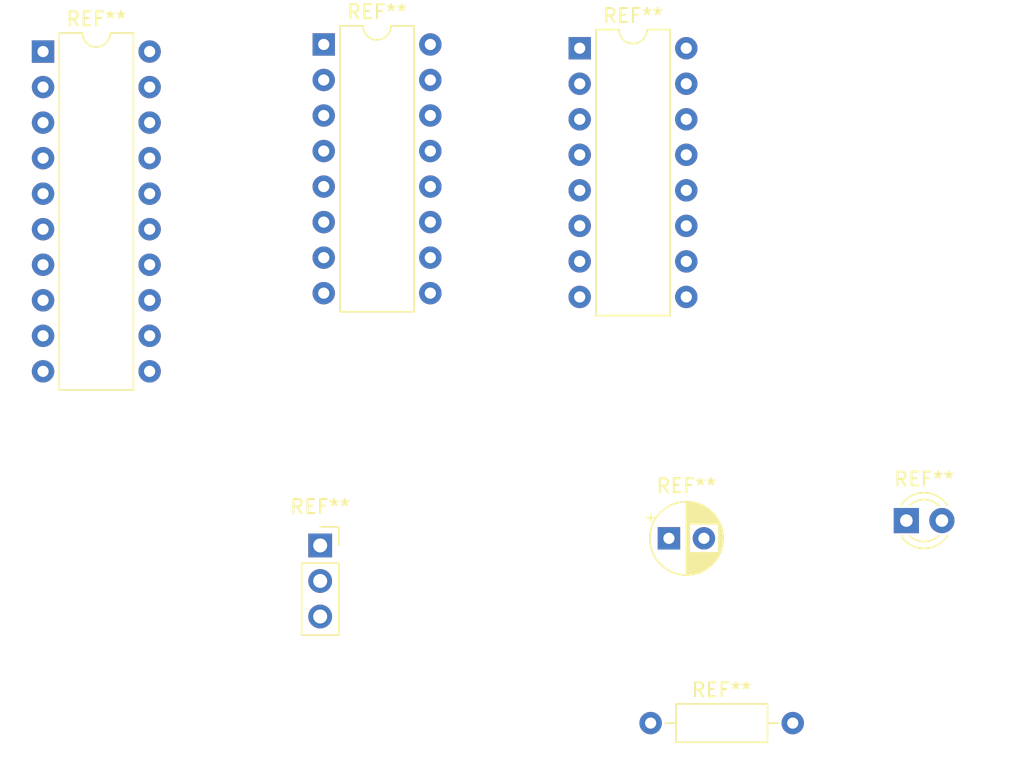
<source format=kicad_pcb>
(kicad_pcb (version 20221018) (generator pcbnew)
  (layers (0 "F.Cu" signal) (31 "B.Cu" signal) (34 "B.Paste" user) (35 "F.Paste" user) (36 "B.SilkS" user "B.Silkscreen") (37 "F.SilkS" user "F.Silkscreen") (38 "B.Mask" user) (39 "F.Mask" user) (44 "Edge.Cuts" user))
  (net 0 "")
  (footprint "Package_DIP:DIP-16_W7.62mm" (layer "F.Cu") (at 140.716 81.026)
    (fp_text reference "REF**" (at 3.81 -2.33) (layer "F.SilkS"))
    (fp_text value "DIP-16_W7.62mm")
    (fp_line (start 1.16 -1.33) (end 1.16 19.11) (stroke (width 0.12)) (layer "F.SilkS"))
    (fp_line (start 1.16 19.11) (end 6.46 19.11) (stroke (width 0.12)) (layer "F.SilkS"))
    (fp_line (start 2.81 -1.33) (end 1.16 -1.33) (stroke (width 0.12)) (layer "F.SilkS"))
    (fp_line (start 6.46 -1.33) (end 4.81 -1.33) (stroke (width 0.12)) (layer "F.SilkS"))
    (fp_line (start 6.46 19.11) (end 6.46 -1.33) (stroke (width 0.12)) (layer "F.SilkS"))
    (fp_arc (start 4.81 -1.33) (mid 3.81 -0.33) (end 2.81 -1.33) (stroke (width 0.12)) (layer "F.SilkS"))
    (pad "1" thru_hole rect (at 0 0) (size 1.6 1.6) (drill 0.8) (layers "*.Cu" "*.Mask"))
    (pad "2" thru_hole oval (at 0 2.54) (size 1.6 1.6) (drill 0.8) (layers "*.Cu" "*.Mask"))
    (pad "3" thru_hole oval (at 0 5.08) (size 1.6 1.6) (drill 0.8) (layers "*.Cu" "*.Mask"))
    (pad "4" thru_hole oval (at 0 7.62) (size 1.6 1.6) (drill 0.8) (layers "*.Cu" "*.Mask"))
    (pad "5" thru_hole oval (at 0 10.16) (size 1.6 1.6) (drill 0.8) (layers "*.Cu" "*.Mask"))
    (pad "6" thru_hole oval (at 0 12.7) (size 1.6 1.6) (drill 0.8) (layers "*.Cu" "*.Mask"))
    (pad "7" thru_hole oval (at 0 15.24) (size 1.6 1.6) (drill 0.8) (layers "*.Cu" "*.Mask"))
    (pad "8" thru_hole oval (at 0 17.78) (size 1.6 1.6) (drill 0.8) (layers "*.Cu" "*.Mask"))
    (pad "9" thru_hole oval (at 7.62 17.78) (size 1.6 1.6) (drill 0.8) (layers "*.Cu" "*.Mask"))
    (pad "10" thru_hole oval (at 7.62 15.24) (size 1.6 1.6) (drill 0.8) (layers "*.Cu" "*.Mask"))
    (pad "11" thru_hole oval (at 7.62 12.7) (size 1.6 1.6) (drill 0.8) (layers "*.Cu" "*.Mask"))
    (pad "12" thru_hole oval (at 7.62 10.16) (size 1.6 1.6) (drill 0.8) (layers "*.Cu" "*.Mask"))
    (pad "13" thru_hole oval (at 7.62 7.62) (size 1.6 1.6) (drill 0.8) (layers "*.Cu" "*.Mask"))
    (pad "14" thru_hole oval (at 7.62 5.08) (size 1.6 1.6) (drill 0.8) (layers "*.Cu" "*.Mask"))
    (pad "15" thru_hole oval (at 7.62 2.54) (size 1.6 1.6) (drill 0.8) (layers "*.Cu" "*.Mask"))
    (pad "16" thru_hole oval (at 7.62 0) (size 1.6 1.6) (drill 0.8) (layers "*.Cu" "*.Mask"))
  )
  (footprint "Resistor_THT:R_Axial_DIN0207_L6.3mm_D2.5mm_P10.16mm_Horizontal" (layer "F.Cu") (at 164.084 129.54)
    (fp_text reference "REF**" (at 5.08 -2.37) (layer "F.SilkS"))
    (fp_text value "R_Axial_DIN0207_L6.3mm_D2.5mm_P10.16mm_Horizontal")
    (fp_line (start 1.04 0) (end 1.81 0) (stroke (width 0.12)) (layer "F.SilkS"))
    (fp_line (start 1.81 -1.37) (end 1.81 1.37) (stroke (width 0.12)) (layer "F.SilkS"))
    (fp_line (start 1.81 1.37) (end 8.35 1.37) (stroke (width 0.12)) (layer "F.SilkS"))
    (fp_line (start 8.35 -1.37) (end 1.81 -1.37) (stroke (width 0.12)) (layer "F.SilkS"))
    (fp_line (start 8.35 1.37) (end 8.35 -1.37) (stroke (width 0.12)) (layer "F.SilkS"))
    (fp_line (start 9.12 0) (end 8.35 0) (stroke (width 0.12)) (layer "F.SilkS"))
    (pad "1" thru_hole circle (at 0 0) (size 1.6 1.6) (drill 0.8) (layers "*.Cu" "*.Mask"))
    (pad "2" thru_hole oval (at 10.16 0) (size 1.6 1.6) (drill 0.8) (layers "*.Cu" "*.Mask"))
  )
  (footprint "Package_DIP:DIP-20_W7.62mm" (layer "F.Cu") (at 120.65 81.534)
    (fp_text reference "REF**" (at 3.81 -2.33) (layer "F.SilkS"))
    (fp_text value "DIP-20_W7.62mm")
    (fp_line (start 1.16 -1.33) (end 1.16 24.19) (stroke (width 0.12)) (layer "F.SilkS"))
    (fp_line (start 1.16 24.19) (end 6.46 24.19) (stroke (width 0.12)) (layer "F.SilkS"))
    (fp_line (start 2.81 -1.33) (end 1.16 -1.33) (stroke (width 0.12)) (layer "F.SilkS"))
    (fp_line (start 6.46 -1.33) (end 4.81 -1.33) (stroke (width 0.12)) (layer "F.SilkS"))
    (fp_line (start 6.46 24.19) (end 6.46 -1.33) (stroke (width 0.12)) (layer "F.SilkS"))
    (fp_arc (start 4.81 -1.33) (mid 3.81 -0.33) (end 2.81 -1.33) (stroke (width 0.12)) (layer "F.SilkS"))
    (pad "1" thru_hole rect (at 0 0) (size 1.6 1.6) (drill 0.8) (layers "*.Cu" "*.Mask"))
    (pad "2" thru_hole oval (at 0 2.54) (size 1.6 1.6) (drill 0.8) (layers "*.Cu" "*.Mask"))
    (pad "3" thru_hole oval (at 0 5.08) (size 1.6 1.6) (drill 0.8) (layers "*.Cu" "*.Mask"))
    (pad "4" thru_hole oval (at 0 7.62) (size 1.6 1.6) (drill 0.8) (layers "*.Cu" "*.Mask"))
    (pad "5" thru_hole oval (at 0 10.16) (size 1.6 1.6) (drill 0.8) (layers "*.Cu" "*.Mask"))
    (pad "6" thru_hole oval (at 0 12.7) (size 1.6 1.6) (drill 0.8) (layers "*.Cu" "*.Mask"))
    (pad "7" thru_hole oval (at 0 15.24) (size 1.6 1.6) (drill 0.8) (layers "*.Cu" "*.Mask"))
    (pad "8" thru_hole oval (at 0 17.78) (size 1.6 1.6) (drill 0.8) (layers "*.Cu" "*.Mask"))
    (pad "9" thru_hole oval (at 0 20.32) (size 1.6 1.6) (drill 0.8) (layers "*.Cu" "*.Mask"))
    (pad "10" thru_hole oval (at 0 22.86) (size 1.6 1.6) (drill 0.8) (layers "*.Cu" "*.Mask"))
    (pad "11" thru_hole oval (at 7.62 22.86) (size 1.6 1.6) (drill 0.8) (layers "*.Cu" "*.Mask"))
    (pad "12" thru_hole oval (at 7.62 20.32) (size 1.6 1.6) (drill 0.8) (layers "*.Cu" "*.Mask"))
    (pad "13" thru_hole oval (at 7.62 17.78) (size 1.6 1.6) (drill 0.8) (layers "*.Cu" "*.Mask"))
    (pad "14" thru_hole oval (at 7.62 15.24) (size 1.6 1.6) (drill 0.8) (layers "*.Cu" "*.Mask"))
    (pad "15" thru_hole oval (at 7.62 12.7) (size 1.6 1.6) (drill 0.8) (layers "*.Cu" "*.Mask"))
    (pad "16" thru_hole oval (at 7.62 10.16) (size 1.6 1.6) (drill 0.8) (layers "*.Cu" "*.Mask"))
    (pad "17" thru_hole oval (at 7.62 7.62) (size 1.6 1.6) (drill 0.8) (layers "*.Cu" "*.Mask"))
    (pad "18" thru_hole oval (at 7.62 5.08) (size 1.6 1.6) (drill 0.8) (layers "*.Cu" "*.Mask"))
    (pad "19" thru_hole oval (at 7.62 2.54) (size 1.6 1.6) (drill 0.8) (layers "*.Cu" "*.Mask"))
    (pad "20" thru_hole oval (at 7.62 0) (size 1.6 1.6) (drill 0.8) (layers "*.Cu" "*.Mask"))
  )
  (footprint "Connector_PinSocket_2.54mm:PinSocket_1x03_P2.54mm_Vertical" (layer "F.Cu") (at 140.462 116.84)
    (fp_text reference "REF**" (at 0 -2.77) (layer "F.SilkS"))
    (fp_text value "PinSocket_1x03_P2.54mm_Vertical")
    (fp_line (start -1.33 1.27) (end -1.33 6.41) (stroke (width 0.12)) (layer "F.SilkS"))
    (fp_line (start -1.33 1.27) (end 1.33 1.27) (stroke (width 0.12)) (layer "F.SilkS"))
    (fp_line (start -1.33 6.41) (end 1.33 6.41) (stroke (width 0.12)) (layer "F.SilkS"))
    (fp_line (start 0 -1.33) (end 1.33 -1.33) (stroke (width 0.12)) (layer "F.SilkS"))
    (fp_line (start 1.33 -1.33) (end 1.33 0) (stroke (width 0.12)) (layer "F.SilkS"))
    (fp_line (start 1.33 1.27) (end 1.33 6.41) (stroke (width 0.12)) (layer "F.SilkS"))
    (pad "1" thru_hole rect (at 0 0) (size 1.7 1.7) (drill 1) (layers "*.Cu" "*.Mask"))
    (pad "2" thru_hole oval (at 0 2.54) (size 1.7 1.7) (drill 1) (layers "*.Cu" "*.Mask"))
    (pad "3" thru_hole oval (at 0 5.08) (size 1.7 1.7) (drill 1) (layers "*.Cu" "*.Mask"))
  )
  (footprint "LED_THT:LED_D3.0mm" (layer "F.Cu") (at 182.367 115.062)
    (fp_text reference "REF**" (at 1.27 -2.96) (layer "F.SilkS"))
    (fp_text value "LED_D3.0mm")
    (fp_line (start -0.29 -1.236) (end -0.29 -1.08) (stroke (width 0.12)) (layer "F.SilkS"))
    (fp_line (start -0.29 1.08) (end -0.29 1.236) (stroke (width 0.12)) (layer "F.SilkS"))
    (fp_arc (start -0.29 -1.235516) (mid 1.366487 -1.987659) (end 2.942335 -1.078608) (stroke (width 0.12)) (layer "F.SilkS"))
    (fp_arc (start 0.229039 -1.08) (mid 1.270117 -1.5) (end 2.31113 -1.079837) (stroke (width 0.12)) (layer "F.SilkS"))
    (fp_arc (start 2.31113 1.079837) (mid 1.270117 1.5) (end 0.229039 1.08) (stroke (width 0.12)) (layer "F.SilkS"))
    (fp_arc (start 2.942335 1.078608) (mid 1.366487 1.987659) (end -0.29 1.235516) (stroke (width 0.12)) (layer "F.SilkS"))
    (pad "1" thru_hole rect (at 0 0) (size 1.8 1.8) (drill 0.9) (layers "*.Cu" "*.Mask"))
    (pad "2" thru_hole circle (at 2.54 0) (size 1.8 1.8) (drill 0.9) (layers "*.Cu" "*.Mask"))
  )
  (footprint "Capacitor_THT:CP_Radial_D5.0mm_P2.50mm" (layer "F.Cu") (at 165.394 116.332)
    (fp_text reference "REF**" (at 1.25 -3.75) (layer "F.SilkS"))
    (fp_text value "CP_Radial_D5.0mm_P2.50mm")
    (fp_line (start -1.554775 -1.475) (end -1.054775 -1.475) (stroke (width 0.12)) (layer "F.SilkS"))
    (fp_line (start -1.304775 -1.725) (end -1.304775 -1.225) (stroke (width 0.12)) (layer "F.SilkS"))
    (fp_line (start 1.25 -2.58) (end 1.25 2.58) (stroke (width 0.12)) (layer "F.SilkS"))
    (fp_line (start 1.29 -2.58) (end 1.29 2.58) (stroke (width 0.12)) (layer "F.SilkS"))
    (fp_line (start 1.33 -2.579) (end 1.33 2.579) (stroke (width 0.12)) (layer "F.SilkS"))
    (fp_line (start 1.37 -2.578) (end 1.37 2.578) (stroke (width 0.12)) (layer "F.SilkS"))
    (fp_line (start 1.41 -2.576) (end 1.41 2.576) (stroke (width 0.12)) (layer "F.SilkS"))
    (fp_line (start 1.45 -2.573) (end 1.45 2.573) (stroke (width 0.12)) (layer "F.SilkS"))
    (fp_line (start 1.49 -2.569) (end 1.49 -1.04) (stroke (width 0.12)) (layer "F.SilkS"))
    (fp_line (start 1.49 1.04) (end 1.49 2.569) (stroke (width 0.12)) (layer "F.SilkS"))
    (fp_line (start 1.53 -2.565) (end 1.53 -1.04) (stroke (width 0.12)) (layer "F.SilkS"))
    (fp_line (start 1.53 1.04) (end 1.53 2.565) (stroke (width 0.12)) (layer "F.SilkS"))
    (fp_line (start 1.57 -2.561) (end 1.57 -1.04) (stroke (width 0.12)) (layer "F.SilkS"))
    (fp_line (start 1.57 1.04) (end 1.57 2.561) (stroke (width 0.12)) (layer "F.SilkS"))
    (fp_line (start 1.61 -2.556) (end 1.61 -1.04) (stroke (width 0.12)) (layer "F.SilkS"))
    (fp_line (start 1.61 1.04) (end 1.61 2.556) (stroke (width 0.12)) (layer "F.SilkS"))
    (fp_line (start 1.65 -2.55) (end 1.65 -1.04) (stroke (width 0.12)) (layer "F.SilkS"))
    (fp_line (start 1.65 1.04) (end 1.65 2.55) (stroke (width 0.12)) (layer "F.SilkS"))
    (fp_line (start 1.69 -2.543) (end 1.69 -1.04) (stroke (width 0.12)) (layer "F.SilkS"))
    (fp_line (start 1.69 1.04) (end 1.69 2.543) (stroke (width 0.12)) (layer "F.SilkS"))
    (fp_line (start 1.73 -2.536) (end 1.73 -1.04) (stroke (width 0.12)) (layer "F.SilkS"))
    (fp_line (start 1.73 1.04) (end 1.73 2.536) (stroke (width 0.12)) (layer "F.SilkS"))
    (fp_line (start 1.77 -2.528) (end 1.77 -1.04) (stroke (width 0.12)) (layer "F.SilkS"))
    (fp_line (start 1.77 1.04) (end 1.77 2.528) (stroke (width 0.12)) (layer "F.SilkS"))
    (fp_line (start 1.81 -2.52) (end 1.81 -1.04) (stroke (width 0.12)) (layer "F.SilkS"))
    (fp_line (start 1.81 1.04) (end 1.81 2.52) (stroke (width 0.12)) (layer "F.SilkS"))
    (fp_line (start 1.85 -2.511) (end 1.85 -1.04) (stroke (width 0.12)) (layer "F.SilkS"))
    (fp_line (start 1.85 1.04) (end 1.85 2.511) (stroke (width 0.12)) (layer "F.SilkS"))
    (fp_line (start 1.89 -2.501) (end 1.89 -1.04) (stroke (width 0.12)) (layer "F.SilkS"))
    (fp_line (start 1.89 1.04) (end 1.89 2.501) (stroke (width 0.12)) (layer "F.SilkS"))
    (fp_line (start 1.93 -2.491) (end 1.93 -1.04) (stroke (width 0.12)) (layer "F.SilkS"))
    (fp_line (start 1.93 1.04) (end 1.93 2.491) (stroke (width 0.12)) (layer "F.SilkS"))
    (fp_line (start 1.971 -2.48) (end 1.971 -1.04) (stroke (width 0.12)) (layer "F.SilkS"))
    (fp_line (start 1.971 1.04) (end 1.971 2.48) (stroke (width 0.12)) (layer "F.SilkS"))
    (fp_line (start 2.011 -2.468) (end 2.011 -1.04) (stroke (width 0.12)) (layer "F.SilkS"))
    (fp_line (start 2.011 1.04) (end 2.011 2.468) (stroke (width 0.12)) (layer "F.SilkS"))
    (fp_line (start 2.051 -2.455) (end 2.051 -1.04) (stroke (width 0.12)) (layer "F.SilkS"))
    (fp_line (start 2.051 1.04) (end 2.051 2.455) (stroke (width 0.12)) (layer "F.SilkS"))
    (fp_line (start 2.091 -2.442) (end 2.091 -1.04) (stroke (width 0.12)) (layer "F.SilkS"))
    (fp_line (start 2.091 1.04) (end 2.091 2.442) (stroke (width 0.12)) (layer "F.SilkS"))
    (fp_line (start 2.131 -2.428) (end 2.131 -1.04) (stroke (width 0.12)) (layer "F.SilkS"))
    (fp_line (start 2.131 1.04) (end 2.131 2.428) (stroke (width 0.12)) (layer "F.SilkS"))
    (fp_line (start 2.171 -2.414) (end 2.171 -1.04) (stroke (width 0.12)) (layer "F.SilkS"))
    (fp_line (start 2.171 1.04) (end 2.171 2.414) (stroke (width 0.12)) (layer "F.SilkS"))
    (fp_line (start 2.211 -2.398) (end 2.211 -1.04) (stroke (width 0.12)) (layer "F.SilkS"))
    (fp_line (start 2.211 1.04) (end 2.211 2.398) (stroke (width 0.12)) (layer "F.SilkS"))
    (fp_line (start 2.251 -2.382) (end 2.251 -1.04) (stroke (width 0.12)) (layer "F.SilkS"))
    (fp_line (start 2.251 1.04) (end 2.251 2.382) (stroke (width 0.12)) (layer "F.SilkS"))
    (fp_line (start 2.291 -2.365) (end 2.291 -1.04) (stroke (width 0.12)) (layer "F.SilkS"))
    (fp_line (start 2.291 1.04) (end 2.291 2.365) (stroke (width 0.12)) (layer "F.SilkS"))
    (fp_line (start 2.331 -2.348) (end 2.331 -1.04) (stroke (width 0.12)) (layer "F.SilkS"))
    (fp_line (start 2.331 1.04) (end 2.331 2.348) (stroke (width 0.12)) (layer "F.SilkS"))
    (fp_line (start 2.371 -2.329) (end 2.371 -1.04) (stroke (width 0.12)) (layer "F.SilkS"))
    (fp_line (start 2.371 1.04) (end 2.371 2.329) (stroke (width 0.12)) (layer "F.SilkS"))
    (fp_line (start 2.411 -2.31) (end 2.411 -1.04) (stroke (width 0.12)) (layer "F.SilkS"))
    (fp_line (start 2.411 1.04) (end 2.411 2.31) (stroke (width 0.12)) (layer "F.SilkS"))
    (fp_line (start 2.451 -2.29) (end 2.451 -1.04) (stroke (width 0.12)) (layer "F.SilkS"))
    (fp_line (start 2.451 1.04) (end 2.451 2.29) (stroke (width 0.12)) (layer "F.SilkS"))
    (fp_line (start 2.491 -2.268) (end 2.491 -1.04) (stroke (width 0.12)) (layer "F.SilkS"))
    (fp_line (start 2.491 1.04) (end 2.491 2.268) (stroke (width 0.12)) (layer "F.SilkS"))
    (fp_line (start 2.531 -2.247) (end 2.531 -1.04) (stroke (width 0.12)) (layer "F.SilkS"))
    (fp_line (start 2.531 1.04) (end 2.531 2.247) (stroke (width 0.12)) (layer "F.SilkS"))
    (fp_line (start 2.571 -2.224) (end 2.571 -1.04) (stroke (width 0.12)) (layer "F.SilkS"))
    (fp_line (start 2.571 1.04) (end 2.571 2.224) (stroke (width 0.12)) (layer "F.SilkS"))
    (fp_line (start 2.611 -2.2) (end 2.611 -1.04) (stroke (width 0.12)) (layer "F.SilkS"))
    (fp_line (start 2.611 1.04) (end 2.611 2.2) (stroke (width 0.12)) (layer "F.SilkS"))
    (fp_line (start 2.651 -2.175) (end 2.651 -1.04) (stroke (width 0.12)) (layer "F.SilkS"))
    (fp_line (start 2.651 1.04) (end 2.651 2.175) (stroke (width 0.12)) (layer "F.SilkS"))
    (fp_line (start 2.691 -2.149) (end 2.691 -1.04) (stroke (width 0.12)) (layer "F.SilkS"))
    (fp_line (start 2.691 1.04) (end 2.691 2.149) (stroke (width 0.12)) (layer "F.SilkS"))
    (fp_line (start 2.731 -2.122) (end 2.731 -1.04) (stroke (width 0.12)) (layer "F.SilkS"))
    (fp_line (start 2.731 1.04) (end 2.731 2.122) (stroke (width 0.12)) (layer "F.SilkS"))
    (fp_line (start 2.771 -2.095) (end 2.771 -1.04) (stroke (width 0.12)) (layer "F.SilkS"))
    (fp_line (start 2.771 1.04) (end 2.771 2.095) (stroke (width 0.12)) (layer "F.SilkS"))
    (fp_line (start 2.811 -2.065) (end 2.811 -1.04) (stroke (width 0.12)) (layer "F.SilkS"))
    (fp_line (start 2.811 1.04) (end 2.811 2.065) (stroke (width 0.12)) (layer "F.SilkS"))
    (fp_line (start 2.851 -2.035) (end 2.851 -1.04) (stroke (width 0.12)) (layer "F.SilkS"))
    (fp_line (start 2.851 1.04) (end 2.851 2.035) (stroke (width 0.12)) (layer "F.SilkS"))
    (fp_line (start 2.891 -2.004) (end 2.891 -1.04) (stroke (width 0.12)) (layer "F.SilkS"))
    (fp_line (start 2.891 1.04) (end 2.891 2.004) (stroke (width 0.12)) (layer "F.SilkS"))
    (fp_line (start 2.931 -1.971) (end 2.931 -1.04) (stroke (width 0.12)) (layer "F.SilkS"))
    (fp_line (start 2.931 1.04) (end 2.931 1.971) (stroke (width 0.12)) (layer "F.SilkS"))
    (fp_line (start 2.971 -1.937) (end 2.971 -1.04) (stroke (width 0.12)) (layer "F.SilkS"))
    (fp_line (start 2.971 1.04) (end 2.971 1.937) (stroke (width 0.12)) (layer "F.SilkS"))
    (fp_line (start 3.011 -1.901) (end 3.011 -1.04) (stroke (width 0.12)) (layer "F.SilkS"))
    (fp_line (start 3.011 1.04) (end 3.011 1.901) (stroke (width 0.12)) (layer "F.SilkS"))
    (fp_line (start 3.051 -1.864) (end 3.051 -1.04) (stroke (width 0.12)) (layer "F.SilkS"))
    (fp_line (start 3.051 1.04) (end 3.051 1.864) (stroke (width 0.12)) (layer "F.SilkS"))
    (fp_line (start 3.091 -1.826) (end 3.091 -1.04) (stroke (width 0.12)) (layer "F.SilkS"))
    (fp_line (start 3.091 1.04) (end 3.091 1.826) (stroke (width 0.12)) (layer "F.SilkS"))
    (fp_line (start 3.131 -1.785) (end 3.131 -1.04) (stroke (width 0.12)) (layer "F.SilkS"))
    (fp_line (start 3.131 1.04) (end 3.131 1.785) (stroke (width 0.12)) (layer "F.SilkS"))
    (fp_line (start 3.171 -1.743) (end 3.171 -1.04) (stroke (width 0.12)) (layer "F.SilkS"))
    (fp_line (start 3.171 1.04) (end 3.171 1.743) (stroke (width 0.12)) (layer "F.SilkS"))
    (fp_line (start 3.211 -1.699) (end 3.211 -1.04) (stroke (width 0.12)) (layer "F.SilkS"))
    (fp_line (start 3.211 1.04) (end 3.211 1.699) (stroke (width 0.12)) (layer "F.SilkS"))
    (fp_line (start 3.251 -1.653) (end 3.251 -1.04) (stroke (width 0.12)) (layer "F.SilkS"))
    (fp_line (start 3.251 1.04) (end 3.251 1.653) (stroke (width 0.12)) (layer "F.SilkS"))
    (fp_line (start 3.291 -1.605) (end 3.291 -1.04) (stroke (width 0.12)) (layer "F.SilkS"))
    (fp_line (start 3.291 1.04) (end 3.291 1.605) (stroke (width 0.12)) (layer "F.SilkS"))
    (fp_line (start 3.331 -1.554) (end 3.331 -1.04) (stroke (width 0.12)) (layer "F.SilkS"))
    (fp_line (start 3.331 1.04) (end 3.331 1.554) (stroke (width 0.12)) (layer "F.SilkS"))
    (fp_line (start 3.371 -1.5) (end 3.371 -1.04) (stroke (width 0.12)) (layer "F.SilkS"))
    (fp_line (start 3.371 1.04) (end 3.371 1.5) (stroke (width 0.12)) (layer "F.SilkS"))
    (fp_line (start 3.411 -1.443) (end 3.411 -1.04) (stroke (width 0.12)) (layer "F.SilkS"))
    (fp_line (start 3.411 1.04) (end 3.411 1.443) (stroke (width 0.12)) (layer "F.SilkS"))
    (fp_line (start 3.451 -1.383) (end 3.451 -1.04) (stroke (width 0.12)) (layer "F.SilkS"))
    (fp_line (start 3.451 1.04) (end 3.451 1.383) (stroke (width 0.12)) (layer "F.SilkS"))
    (fp_line (start 3.491 -1.319) (end 3.491 -1.04) (stroke (width 0.12)) (layer "F.SilkS"))
    (fp_line (start 3.491 1.04) (end 3.491 1.319) (stroke (width 0.12)) (layer "F.SilkS"))
    (fp_line (start 3.531 -1.251) (end 3.531 -1.04) (stroke (width 0.12)) (layer "F.SilkS"))
    (fp_line (start 3.531 1.04) (end 3.531 1.251) (stroke (width 0.12)) (layer "F.SilkS"))
    (fp_line (start 3.571 -1.178) (end 3.571 1.178) (stroke (width 0.12)) (layer "F.SilkS"))
    (fp_line (start 3.611 -1.098) (end 3.611 1.098) (stroke (width 0.12)) (layer "F.SilkS"))
    (fp_line (start 3.651 -1.011) (end 3.651 1.011) (stroke (width 0.12)) (layer "F.SilkS"))
    (fp_line (start 3.691 -0.915) (end 3.691 0.915) (stroke (width 0.12)) (layer "F.SilkS"))
    (fp_line (start 3.731 -0.805) (end 3.731 0.805) (stroke (width 0.12)) (layer "F.SilkS"))
    (fp_line (start 3.771 -0.677) (end 3.771 0.677) (stroke (width 0.12)) (layer "F.SilkS"))
    (fp_line (start 3.811 -0.518) (end 3.811 0.518) (stroke (width 0.12)) (layer "F.SilkS"))
    (fp_line (start 3.851 -0.284) (end 3.851 0.284) (stroke (width 0.12)) (layer "F.SilkS"))
    (fp_circle (center 1.25 0) (end 3.87 0) (stroke (width 0.12)) (fill none) (layer "F.SilkS"))
    (pad "1" thru_hole rect (at 0 0) (size 1.6 1.6) (drill 0.8) (layers "*.Cu" "*.Mask"))
    (pad "2" thru_hole circle (at 2.5 0) (size 1.6 1.6) (drill 0.8) (layers "*.Cu" "*.Mask"))
  )
  (footprint "Package_DIP:DIP-16_W7.62mm" (layer "F.Cu") (at 159.014 81.295)
    (fp_text reference "REF**" (at 3.81 -2.33) (layer "F.SilkS"))
    (fp_text value "DIP-16_W7.62mm")
    (fp_line (start 1.16 -1.33) (end 1.16 19.11) (stroke (width 0.12)) (layer "F.SilkS"))
    (fp_line (start 1.16 19.11) (end 6.46 19.11) (stroke (width 0.12)) (layer "F.SilkS"))
    (fp_line (start 2.81 -1.33) (end 1.16 -1.33) (stroke (width 0.12)) (layer "F.SilkS"))
    (fp_line (start 6.46 -1.33) (end 4.81 -1.33) (stroke (width 0.12)) (layer "F.SilkS"))
    (fp_line (start 6.46 19.11) (end 6.46 -1.33) (stroke (width 0.12)) (layer "F.SilkS"))
    (fp_arc (start 4.81 -1.33) (mid 3.81 -0.33) (end 2.81 -1.33) (stroke (width 0.12)) (layer "F.SilkS"))
    (pad "1" thru_hole rect (at 0 0) (size 1.6 1.6) (drill 0.8) (layers "*.Cu" "*.Mask"))
    (pad "2" thru_hole oval (at 0 2.54) (size 1.6 1.6) (drill 0.8) (layers "*.Cu" "*.Mask"))
    (pad "3" thru_hole oval (at 0 5.08) (size 1.6 1.6) (drill 0.8) (layers "*.Cu" "*.Mask"))
    (pad "4" thru_hole oval (at 0 7.62) (size 1.6 1.6) (drill 0.8) (layers "*.Cu" "*.Mask"))
    (pad "5" thru_hole oval (at 0 10.16) (size 1.6 1.6) (drill 0.8) (layers "*.Cu" "*.Mask"))
    (pad "6" thru_hole oval (at 0 12.7) (size 1.6 1.6) (drill 0.8) (layers "*.Cu" "*.Mask"))
    (pad "7" thru_hole oval (at 0 15.24) (size 1.6 1.6) (drill 0.8) (layers "*.Cu" "*.Mask"))
    (pad "8" thru_hole oval (at 0 17.78) (size 1.6 1.6) (drill 0.8) (layers "*.Cu" "*.Mask"))
    (pad "9" thru_hole oval (at 7.62 17.78) (size 1.6 1.6) (drill 0.8) (layers "*.Cu" "*.Mask"))
    (pad "10" thru_hole oval (at 7.62 15.24) (size 1.6 1.6) (drill 0.8) (layers "*.Cu" "*.Mask"))
    (pad "11" thru_hole oval (at 7.62 12.7) (size 1.6 1.6) (drill 0.8) (layers "*.Cu" "*.Mask"))
    (pad "12" thru_hole oval (at 7.62 10.16) (size 1.6 1.6) (drill 0.8) (layers "*.Cu" "*.Mask"))
    (pad "13" thru_hole oval (at 7.62 7.62) (size 1.6 1.6) (drill 0.8) (layers "*.Cu" "*.Mask"))
    (pad "14" thru_hole oval (at 7.62 5.08) (size 1.6 1.6) (drill 0.8) (layers "*.Cu" "*.Mask"))
    (pad "15" thru_hole oval (at 7.62 2.54) (size 1.6 1.6) (drill 0.8) (layers "*.Cu" "*.Mask"))
    (pad "16" thru_hole oval (at 7.62 0) (size 1.6 1.6) (drill 0.8) (layers "*.Cu" "*.Mask"))
  )
)
</source>
